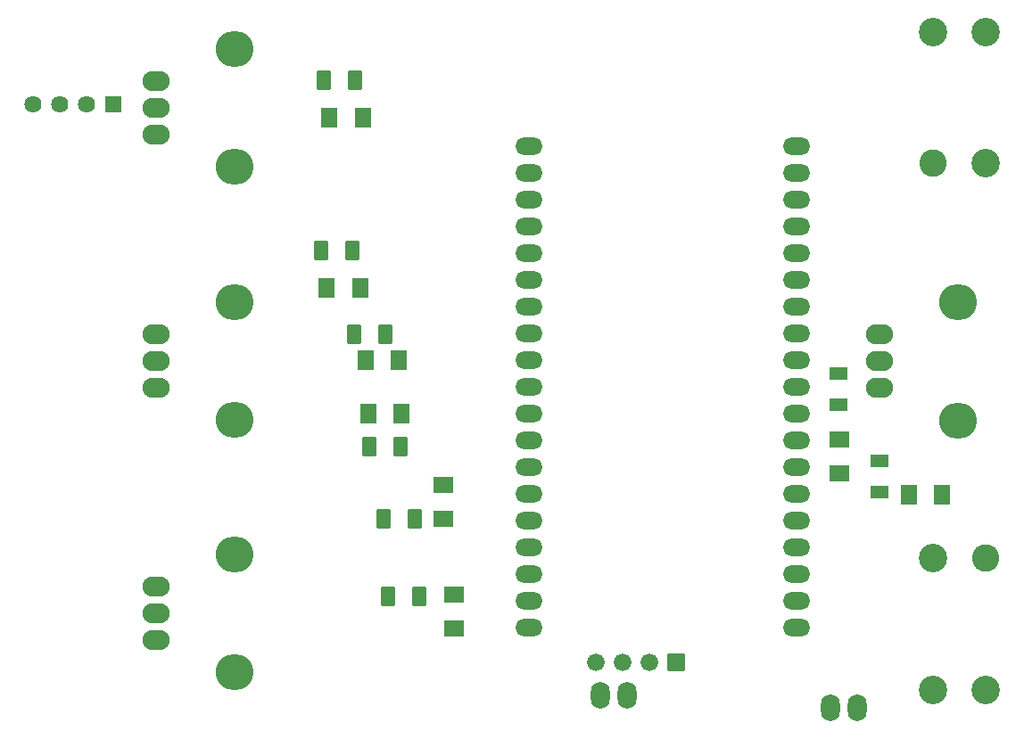
<source format=gts>
G04 Layer: TopSolderMaskLayer*
G04 EasyEDA v6.5.42, 2024-03-15 07:08:18*
G04 07cce05110d743cda764b2ea28b01f41,76978c21ee6b45f5ab94bb382069c2cd,10*
G04 Gerber Generator version 0.2*
G04 Scale: 100 percent, Rotated: No, Reflected: No *
G04 Dimensions in millimeters *
G04 leading zeros omitted , absolute positions ,4 integer and 5 decimal *
%FSLAX45Y45*%
%MOMM*%

%AMMACRO1*1,1,$1,$2,$3*1,1,$1,$4,$5*1,1,$1,0-$2,0-$3*1,1,$1,0-$4,0-$5*20,1,$1,$2,$3,$4,$5,0*20,1,$1,$4,$5,0-$2,0-$3,0*20,1,$1,0-$2,0-$3,0-$4,0-$5,0*20,1,$1,0-$4,0-$5,$2,$3,0*4,1,4,$2,$3,$4,$5,0-$2,0-$3,0-$4,0-$5,$2,$3,0*%
%ADD10O,1.8015966X2.601595*%
%ADD11R,1.8296X1.5866*%
%ADD12MACRO1,0.1016X0.6038X0.8505X0.6038X-0.8505*%
%ADD13MACRO1,0.1016X-0.6038X0.8505X-0.6038X-0.8505*%
%ADD14MACRO1,0.1016X0.7425X0.864X0.7425X-0.864*%
%ADD15MACRO1,0.1016X-0.7425X0.864X-0.7425X-0.864*%
%ADD16MACRO1,0.1016X-0.7425X-0.864X-0.7425X0.864*%
%ADD17MACRO1,0.1016X0.7425X-0.864X0.7425X0.864*%
%ADD18MACRO1,0.1016X-0.864X0.7425X0.864X0.7425*%
%ADD19MACRO1,0.1016X-0.864X-0.7425X0.864X-0.7425*%
%ADD20R,1.8026X1.3091*%
%ADD21O,2.601595X1.9015964*%
%ADD22O,3.6015930000000003X3.4015934000000003*%
%ADD23O,2.601595X1.6616680000000001*%
%ADD24C,1.6256*%
%ADD25R,1.6256X1.6256*%
%ADD26C,2.7000*%
%ADD27C,2.6016*%
%ADD28MACRO1,0.1016X0.7874X0.7874X-0.7874X0.7874*%
%ADD29C,1.6764*%

%LPD*%
D10*
G01*
X8026400Y-6794500D03*
G01*
X8280400Y-6794500D03*
D11*
G01*
X4457700Y-5720842D03*
G01*
X4457700Y-6039357D03*
G01*
X4356100Y-4679442D03*
G01*
X4356100Y-4997957D03*
D12*
G01*
X3827223Y-5740400D03*
D13*
G01*
X4122976Y-5740400D03*
D12*
G01*
X3789123Y-5003800D03*
D13*
G01*
X4084876Y-5003800D03*
D14*
G01*
X3612649Y-3492500D03*
D15*
G01*
X3931150Y-3492500D03*
D16*
G01*
X3956550Y-4000500D03*
D17*
G01*
X3638049Y-4000500D03*
D14*
G01*
X3269749Y-1193800D03*
D15*
G01*
X3588250Y-1193800D03*
D16*
G01*
X3562850Y-2806700D03*
D17*
G01*
X3244349Y-2806700D03*
D12*
G01*
X3509723Y-3251200D03*
D13*
G01*
X3805476Y-3251200D03*
D12*
G01*
X3649423Y-4318000D03*
D13*
G01*
X3945176Y-4318000D03*
D12*
G01*
X3217623Y-838200D03*
D13*
G01*
X3513376Y-838200D03*
D12*
G01*
X3192223Y-2451100D03*
D13*
G01*
X3487976Y-2451100D03*
D14*
G01*
X8768849Y-4775200D03*
D15*
G01*
X9087350Y-4775200D03*
D18*
G01*
X8115300Y-4566150D03*
D19*
G01*
X8115300Y-4247649D03*
D20*
G01*
X8496300Y-4449521D03*
G01*
X8496300Y-4745278D03*
G01*
X8102600Y-3624021D03*
G01*
X8102600Y-3919778D03*
D21*
G01*
X8489594Y-3759200D03*
G01*
X8489594Y-3505200D03*
G01*
X8489594Y-3251200D03*
D22*
G01*
X9239605Y-4065193D03*
G01*
X9239605Y-2945206D03*
D21*
G01*
X1624990Y-6153988D03*
G01*
X1624990Y-5899988D03*
G01*
X1624990Y-5645988D03*
D22*
G01*
X2375001Y-6459981D03*
G01*
X2375001Y-5339994D03*
D21*
G01*
X1624990Y-3753993D03*
G01*
X1624990Y-3499993D03*
G01*
X1624990Y-3245993D03*
D22*
G01*
X2375001Y-4059986D03*
G01*
X2375001Y-2939999D03*
D21*
G01*
X1624990Y-1353997D03*
G01*
X1624990Y-1099997D03*
G01*
X1624990Y-845997D03*
D22*
G01*
X2375001Y-1659991D03*
G01*
X2375001Y-540004D03*
D23*
G01*
X5168900Y-6032500D03*
G01*
X5168900Y-5778500D03*
G01*
X5168900Y-5524500D03*
G01*
X5168900Y-5270500D03*
G01*
X5168900Y-5016500D03*
G01*
X5168900Y-4762500D03*
G01*
X5168900Y-4508500D03*
G01*
X5168900Y-4254500D03*
G01*
X5168900Y-4000500D03*
G01*
X5168900Y-3746500D03*
G01*
X5168900Y-3492500D03*
G01*
X5168900Y-3238500D03*
G01*
X5168900Y-2984500D03*
G01*
X5168900Y-2730500D03*
G01*
X5168900Y-2476500D03*
G01*
X5168900Y-2222500D03*
G01*
X5168900Y-1968500D03*
G01*
X5168900Y-1714500D03*
G01*
X5168900Y-1460500D03*
G01*
X7708900Y-5778500D03*
G01*
X7708900Y-5524500D03*
G01*
X7708900Y-5270500D03*
G01*
X7708900Y-5016500D03*
G01*
X7708900Y-4762500D03*
G01*
X7708900Y-4508500D03*
G01*
X7708900Y-4254500D03*
G01*
X7708900Y-4000500D03*
G01*
X7708900Y-3746500D03*
G01*
X7708900Y-3492500D03*
G01*
X7708900Y-3238500D03*
G01*
X7708900Y-2984500D03*
G01*
X7708900Y-2730500D03*
G01*
X7708900Y-2476500D03*
G01*
X7708900Y-2222500D03*
G01*
X7708900Y-1968500D03*
G01*
X7708900Y-6032500D03*
G01*
X7708900Y-1714500D03*
G01*
X7708900Y-1460500D03*
D24*
G01*
X457200Y-1066800D03*
G01*
X711200Y-1066800D03*
G01*
X965200Y-1066800D03*
D25*
G01*
X1219200Y-1066800D03*
D26*
G01*
X9502063Y-1624990D03*
G01*
X9502063Y-375005D03*
G01*
X9002064Y-375005D03*
D27*
G01*
X9002064Y-1624990D03*
D26*
G01*
X9002090Y-5374995D03*
G01*
X9002090Y-6624980D03*
G01*
X9502089Y-6624980D03*
D27*
G01*
X9502089Y-5374995D03*
D10*
G01*
X6096000Y-6680200D03*
G01*
X5842000Y-6680200D03*
D28*
G01*
X6565900Y-6362700D03*
D29*
G01*
X6311900Y-6362700D03*
G01*
X6057900Y-6362700D03*
G01*
X5803900Y-6362700D03*
M02*

</source>
